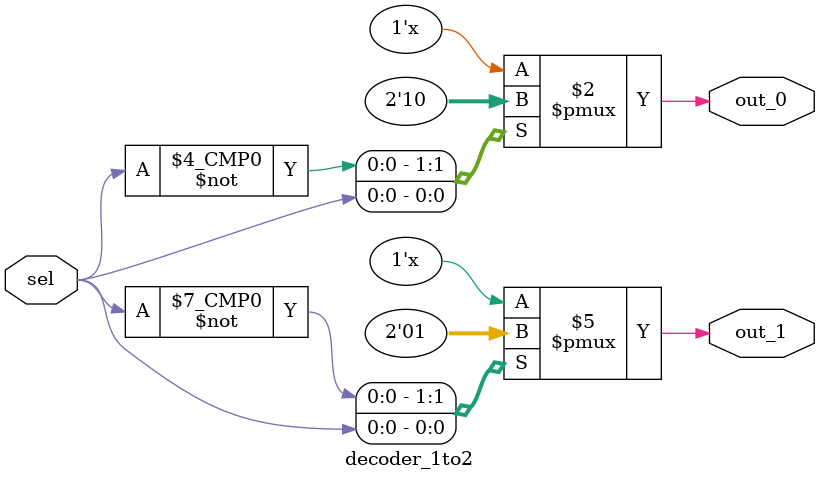
<source format=v>
module decoder_1to2 (
    input wire sel,
    output reg out_0,
    output reg out_1
);

    always @(*) begin
        out_0 = 1'b0;
        out_1 = 1'b0;

        case (sel)
            1'b0: out_0 = 1'b1;
            1'b1: out_1 = 1'b1;
            default: begin
                out_0 = 1'b0;
                out_1 = 1'b0;
            end
        endcase
    end
endmodule
</source>
